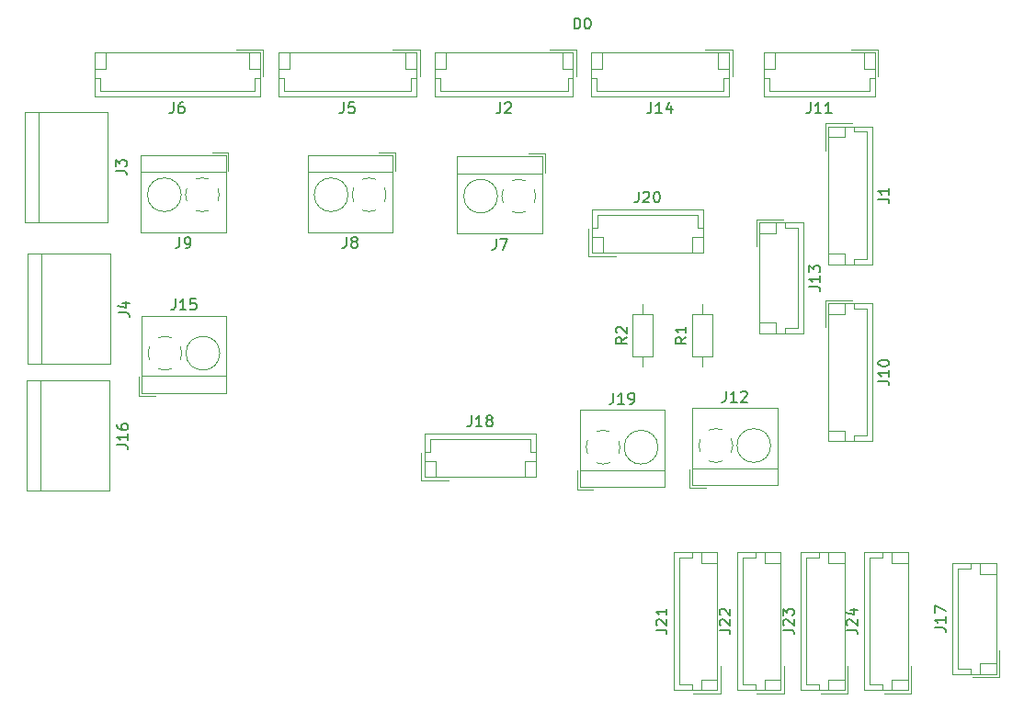
<source format=gbr>
%TF.GenerationSoftware,KiCad,Pcbnew,8.0.5*%
%TF.CreationDate,2024-12-20T12:29:36-05:00*%
%TF.ProjectId,Placa_Kicad,506c6163-615f-44b6-9963-61642e6b6963,rev?*%
%TF.SameCoordinates,Original*%
%TF.FileFunction,Legend,Top*%
%TF.FilePolarity,Positive*%
%FSLAX46Y46*%
G04 Gerber Fmt 4.6, Leading zero omitted, Abs format (unit mm)*
G04 Created by KiCad (PCBNEW 8.0.5) date 2024-12-20 12:29:36*
%MOMM*%
%LPD*%
G01*
G04 APERTURE LIST*
%ADD10C,0.150000*%
%ADD11C,0.120000*%
G04 APERTURE END LIST*
D10*
X156424666Y-80254819D02*
X156424666Y-80969104D01*
X156424666Y-80969104D02*
X156377047Y-81111961D01*
X156377047Y-81111961D02*
X156281809Y-81207200D01*
X156281809Y-81207200D02*
X156138952Y-81254819D01*
X156138952Y-81254819D02*
X156043714Y-81254819D01*
X157329428Y-80254819D02*
X157138952Y-80254819D01*
X157138952Y-80254819D02*
X157043714Y-80302438D01*
X157043714Y-80302438D02*
X156996095Y-80350057D01*
X156996095Y-80350057D02*
X156900857Y-80492914D01*
X156900857Y-80492914D02*
X156853238Y-80683390D01*
X156853238Y-80683390D02*
X156853238Y-81064342D01*
X156853238Y-81064342D02*
X156900857Y-81159580D01*
X156900857Y-81159580D02*
X156948476Y-81207200D01*
X156948476Y-81207200D02*
X157043714Y-81254819D01*
X157043714Y-81254819D02*
X157234190Y-81254819D01*
X157234190Y-81254819D02*
X157329428Y-81207200D01*
X157329428Y-81207200D02*
X157377047Y-81159580D01*
X157377047Y-81159580D02*
X157424666Y-81064342D01*
X157424666Y-81064342D02*
X157424666Y-80826247D01*
X157424666Y-80826247D02*
X157377047Y-80731009D01*
X157377047Y-80731009D02*
X157329428Y-80683390D01*
X157329428Y-80683390D02*
X157234190Y-80635771D01*
X157234190Y-80635771D02*
X157043714Y-80635771D01*
X157043714Y-80635771D02*
X156948476Y-80683390D01*
X156948476Y-80683390D02*
X156900857Y-80731009D01*
X156900857Y-80731009D02*
X156853238Y-80826247D01*
X200418476Y-80254819D02*
X200418476Y-80969104D01*
X200418476Y-80969104D02*
X200370857Y-81111961D01*
X200370857Y-81111961D02*
X200275619Y-81207200D01*
X200275619Y-81207200D02*
X200132762Y-81254819D01*
X200132762Y-81254819D02*
X200037524Y-81254819D01*
X201418476Y-81254819D02*
X200847048Y-81254819D01*
X201132762Y-81254819D02*
X201132762Y-80254819D01*
X201132762Y-80254819D02*
X201037524Y-80397676D01*
X201037524Y-80397676D02*
X200942286Y-80492914D01*
X200942286Y-80492914D02*
X200847048Y-80540533D01*
X202275619Y-80588152D02*
X202275619Y-81254819D01*
X202037524Y-80207200D02*
X201799429Y-80921485D01*
X201799429Y-80921485D02*
X202418476Y-80921485D01*
X215090476Y-80254819D02*
X215090476Y-80969104D01*
X215090476Y-80969104D02*
X215042857Y-81111961D01*
X215042857Y-81111961D02*
X214947619Y-81207200D01*
X214947619Y-81207200D02*
X214804762Y-81254819D01*
X214804762Y-81254819D02*
X214709524Y-81254819D01*
X216090476Y-81254819D02*
X215519048Y-81254819D01*
X215804762Y-81254819D02*
X215804762Y-80254819D01*
X215804762Y-80254819D02*
X215709524Y-80397676D01*
X215709524Y-80397676D02*
X215614286Y-80492914D01*
X215614286Y-80492914D02*
X215519048Y-80540533D01*
X217042857Y-81254819D02*
X216471429Y-81254819D01*
X216757143Y-81254819D02*
X216757143Y-80254819D01*
X216757143Y-80254819D02*
X216661905Y-80397676D01*
X216661905Y-80397676D02*
X216566667Y-80492914D01*
X216566667Y-80492914D02*
X216471429Y-80540533D01*
X156571476Y-98372819D02*
X156571476Y-99087104D01*
X156571476Y-99087104D02*
X156523857Y-99229961D01*
X156523857Y-99229961D02*
X156428619Y-99325200D01*
X156428619Y-99325200D02*
X156285762Y-99372819D01*
X156285762Y-99372819D02*
X156190524Y-99372819D01*
X157571476Y-99372819D02*
X157000048Y-99372819D01*
X157285762Y-99372819D02*
X157285762Y-98372819D01*
X157285762Y-98372819D02*
X157190524Y-98515676D01*
X157190524Y-98515676D02*
X157095286Y-98610914D01*
X157095286Y-98610914D02*
X157000048Y-98658533D01*
X158476238Y-98372819D02*
X158000048Y-98372819D01*
X158000048Y-98372819D02*
X157952429Y-98849009D01*
X157952429Y-98849009D02*
X158000048Y-98801390D01*
X158000048Y-98801390D02*
X158095286Y-98753771D01*
X158095286Y-98753771D02*
X158333381Y-98753771D01*
X158333381Y-98753771D02*
X158428619Y-98801390D01*
X158428619Y-98801390D02*
X158476238Y-98849009D01*
X158476238Y-98849009D02*
X158523857Y-98944247D01*
X158523857Y-98944247D02*
X158523857Y-99182342D01*
X158523857Y-99182342D02*
X158476238Y-99277580D01*
X158476238Y-99277580D02*
X158428619Y-99325200D01*
X158428619Y-99325200D02*
X158333381Y-99372819D01*
X158333381Y-99372819D02*
X158095286Y-99372819D01*
X158095286Y-99372819D02*
X158000048Y-99325200D01*
X158000048Y-99325200D02*
X157952429Y-99277580D01*
X218404819Y-128885523D02*
X219119104Y-128885523D01*
X219119104Y-128885523D02*
X219261961Y-128933142D01*
X219261961Y-128933142D02*
X219357200Y-129028380D01*
X219357200Y-129028380D02*
X219404819Y-129171237D01*
X219404819Y-129171237D02*
X219404819Y-129266475D01*
X218500057Y-128456951D02*
X218452438Y-128409332D01*
X218452438Y-128409332D02*
X218404819Y-128314094D01*
X218404819Y-128314094D02*
X218404819Y-128075999D01*
X218404819Y-128075999D02*
X218452438Y-127980761D01*
X218452438Y-127980761D02*
X218500057Y-127933142D01*
X218500057Y-127933142D02*
X218595295Y-127885523D01*
X218595295Y-127885523D02*
X218690533Y-127885523D01*
X218690533Y-127885523D02*
X218833390Y-127933142D01*
X218833390Y-127933142D02*
X219404819Y-128504570D01*
X219404819Y-128504570D02*
X219404819Y-127885523D01*
X218738152Y-127028380D02*
X219404819Y-127028380D01*
X218357200Y-127266475D02*
X219071485Y-127504570D01*
X219071485Y-127504570D02*
X219071485Y-126885523D01*
X156991666Y-92687819D02*
X156991666Y-93402104D01*
X156991666Y-93402104D02*
X156944047Y-93544961D01*
X156944047Y-93544961D02*
X156848809Y-93640200D01*
X156848809Y-93640200D02*
X156705952Y-93687819D01*
X156705952Y-93687819D02*
X156610714Y-93687819D01*
X157515476Y-93687819D02*
X157705952Y-93687819D01*
X157705952Y-93687819D02*
X157801190Y-93640200D01*
X157801190Y-93640200D02*
X157848809Y-93592580D01*
X157848809Y-93592580D02*
X157944047Y-93449723D01*
X157944047Y-93449723D02*
X157991666Y-93259247D01*
X157991666Y-93259247D02*
X157991666Y-92878295D01*
X157991666Y-92878295D02*
X157944047Y-92783057D01*
X157944047Y-92783057D02*
X157896428Y-92735438D01*
X157896428Y-92735438D02*
X157801190Y-92687819D01*
X157801190Y-92687819D02*
X157610714Y-92687819D01*
X157610714Y-92687819D02*
X157515476Y-92735438D01*
X157515476Y-92735438D02*
X157467857Y-92783057D01*
X157467857Y-92783057D02*
X157420238Y-92878295D01*
X157420238Y-92878295D02*
X157420238Y-93116390D01*
X157420238Y-93116390D02*
X157467857Y-93211628D01*
X157467857Y-93211628D02*
X157515476Y-93259247D01*
X157515476Y-93259247D02*
X157610714Y-93306866D01*
X157610714Y-93306866D02*
X157801190Y-93306866D01*
X157801190Y-93306866D02*
X157896428Y-93259247D01*
X157896428Y-93259247D02*
X157944047Y-93211628D01*
X157944047Y-93211628D02*
X157991666Y-93116390D01*
X196929476Y-107035819D02*
X196929476Y-107750104D01*
X196929476Y-107750104D02*
X196881857Y-107892961D01*
X196881857Y-107892961D02*
X196786619Y-107988200D01*
X196786619Y-107988200D02*
X196643762Y-108035819D01*
X196643762Y-108035819D02*
X196548524Y-108035819D01*
X197929476Y-108035819D02*
X197358048Y-108035819D01*
X197643762Y-108035819D02*
X197643762Y-107035819D01*
X197643762Y-107035819D02*
X197548524Y-107178676D01*
X197548524Y-107178676D02*
X197453286Y-107273914D01*
X197453286Y-107273914D02*
X197358048Y-107321533D01*
X198405667Y-108035819D02*
X198596143Y-108035819D01*
X198596143Y-108035819D02*
X198691381Y-107988200D01*
X198691381Y-107988200D02*
X198739000Y-107940580D01*
X198739000Y-107940580D02*
X198834238Y-107797723D01*
X198834238Y-107797723D02*
X198881857Y-107607247D01*
X198881857Y-107607247D02*
X198881857Y-107226295D01*
X198881857Y-107226295D02*
X198834238Y-107131057D01*
X198834238Y-107131057D02*
X198786619Y-107083438D01*
X198786619Y-107083438D02*
X198691381Y-107035819D01*
X198691381Y-107035819D02*
X198500905Y-107035819D01*
X198500905Y-107035819D02*
X198405667Y-107083438D01*
X198405667Y-107083438D02*
X198358048Y-107131057D01*
X198358048Y-107131057D02*
X198310429Y-107226295D01*
X198310429Y-107226295D02*
X198310429Y-107464390D01*
X198310429Y-107464390D02*
X198358048Y-107559628D01*
X198358048Y-107559628D02*
X198405667Y-107607247D01*
X198405667Y-107607247D02*
X198500905Y-107654866D01*
X198500905Y-107654866D02*
X198691381Y-107654866D01*
X198691381Y-107654866D02*
X198786619Y-107607247D01*
X198786619Y-107607247D02*
X198834238Y-107559628D01*
X198834238Y-107559628D02*
X198881857Y-107464390D01*
X221329819Y-89166333D02*
X222044104Y-89166333D01*
X222044104Y-89166333D02*
X222186961Y-89213952D01*
X222186961Y-89213952D02*
X222282200Y-89309190D01*
X222282200Y-89309190D02*
X222329819Y-89452047D01*
X222329819Y-89452047D02*
X222329819Y-89547285D01*
X222329819Y-88166333D02*
X222329819Y-88737761D01*
X222329819Y-88452047D02*
X221329819Y-88452047D01*
X221329819Y-88452047D02*
X221472676Y-88547285D01*
X221472676Y-88547285D02*
X221567914Y-88642523D01*
X221567914Y-88642523D02*
X221615533Y-88737761D01*
X207315476Y-106881819D02*
X207315476Y-107596104D01*
X207315476Y-107596104D02*
X207267857Y-107738961D01*
X207267857Y-107738961D02*
X207172619Y-107834200D01*
X207172619Y-107834200D02*
X207029762Y-107881819D01*
X207029762Y-107881819D02*
X206934524Y-107881819D01*
X208315476Y-107881819D02*
X207744048Y-107881819D01*
X208029762Y-107881819D02*
X208029762Y-106881819D01*
X208029762Y-106881819D02*
X207934524Y-107024676D01*
X207934524Y-107024676D02*
X207839286Y-107119914D01*
X207839286Y-107119914D02*
X207744048Y-107167533D01*
X208696429Y-106977057D02*
X208744048Y-106929438D01*
X208744048Y-106929438D02*
X208839286Y-106881819D01*
X208839286Y-106881819D02*
X209077381Y-106881819D01*
X209077381Y-106881819D02*
X209172619Y-106929438D01*
X209172619Y-106929438D02*
X209220238Y-106977057D01*
X209220238Y-106977057D02*
X209267857Y-107072295D01*
X209267857Y-107072295D02*
X209267857Y-107167533D01*
X209267857Y-107167533D02*
X209220238Y-107310390D01*
X209220238Y-107310390D02*
X208648810Y-107881819D01*
X208648810Y-107881819D02*
X209267857Y-107881819D01*
X151346819Y-99647333D02*
X152061104Y-99647333D01*
X152061104Y-99647333D02*
X152203961Y-99694952D01*
X152203961Y-99694952D02*
X152299200Y-99790190D01*
X152299200Y-99790190D02*
X152346819Y-99933047D01*
X152346819Y-99933047D02*
X152346819Y-100028285D01*
X151680152Y-98742571D02*
X152346819Y-98742571D01*
X151299200Y-98980666D02*
X152013485Y-99218761D01*
X152013485Y-99218761D02*
X152013485Y-98599714D01*
X226524819Y-128658523D02*
X227239104Y-128658523D01*
X227239104Y-128658523D02*
X227381961Y-128706142D01*
X227381961Y-128706142D02*
X227477200Y-128801380D01*
X227477200Y-128801380D02*
X227524819Y-128944237D01*
X227524819Y-128944237D02*
X227524819Y-129039475D01*
X227524819Y-127658523D02*
X227524819Y-128229951D01*
X227524819Y-127944237D02*
X226524819Y-127944237D01*
X226524819Y-127944237D02*
X226667676Y-128039475D01*
X226667676Y-128039475D02*
X226762914Y-128134713D01*
X226762914Y-128134713D02*
X226810533Y-128229951D01*
X226524819Y-127325189D02*
X226524819Y-126658523D01*
X226524819Y-126658523D02*
X227524819Y-127087094D01*
X172358666Y-92687819D02*
X172358666Y-93402104D01*
X172358666Y-93402104D02*
X172311047Y-93544961D01*
X172311047Y-93544961D02*
X172215809Y-93640200D01*
X172215809Y-93640200D02*
X172072952Y-93687819D01*
X172072952Y-93687819D02*
X171977714Y-93687819D01*
X172977714Y-93116390D02*
X172882476Y-93068771D01*
X172882476Y-93068771D02*
X172834857Y-93021152D01*
X172834857Y-93021152D02*
X172787238Y-92925914D01*
X172787238Y-92925914D02*
X172787238Y-92878295D01*
X172787238Y-92878295D02*
X172834857Y-92783057D01*
X172834857Y-92783057D02*
X172882476Y-92735438D01*
X172882476Y-92735438D02*
X172977714Y-92687819D01*
X172977714Y-92687819D02*
X173168190Y-92687819D01*
X173168190Y-92687819D02*
X173263428Y-92735438D01*
X173263428Y-92735438D02*
X173311047Y-92783057D01*
X173311047Y-92783057D02*
X173358666Y-92878295D01*
X173358666Y-92878295D02*
X173358666Y-92925914D01*
X173358666Y-92925914D02*
X173311047Y-93021152D01*
X173311047Y-93021152D02*
X173263428Y-93068771D01*
X173263428Y-93068771D02*
X173168190Y-93116390D01*
X173168190Y-93116390D02*
X172977714Y-93116390D01*
X172977714Y-93116390D02*
X172882476Y-93164009D01*
X172882476Y-93164009D02*
X172834857Y-93211628D01*
X172834857Y-93211628D02*
X172787238Y-93306866D01*
X172787238Y-93306866D02*
X172787238Y-93497342D01*
X172787238Y-93497342D02*
X172834857Y-93592580D01*
X172834857Y-93592580D02*
X172882476Y-93640200D01*
X172882476Y-93640200D02*
X172977714Y-93687819D01*
X172977714Y-93687819D02*
X173168190Y-93687819D01*
X173168190Y-93687819D02*
X173263428Y-93640200D01*
X173263428Y-93640200D02*
X173311047Y-93592580D01*
X173311047Y-93592580D02*
X173358666Y-93497342D01*
X173358666Y-93497342D02*
X173358666Y-93306866D01*
X173358666Y-93306866D02*
X173311047Y-93211628D01*
X173311047Y-93211628D02*
X173263428Y-93164009D01*
X173263428Y-93164009D02*
X173168190Y-93116390D01*
X214979819Y-97242523D02*
X215694104Y-97242523D01*
X215694104Y-97242523D02*
X215836961Y-97290142D01*
X215836961Y-97290142D02*
X215932200Y-97385380D01*
X215932200Y-97385380D02*
X215979819Y-97528237D01*
X215979819Y-97528237D02*
X215979819Y-97623475D01*
X215979819Y-96242523D02*
X215979819Y-96813951D01*
X215979819Y-96528237D02*
X214979819Y-96528237D01*
X214979819Y-96528237D02*
X215122676Y-96623475D01*
X215122676Y-96623475D02*
X215217914Y-96718713D01*
X215217914Y-96718713D02*
X215265533Y-96813951D01*
X214979819Y-95909189D02*
X214979819Y-95290142D01*
X214979819Y-95290142D02*
X215360771Y-95623475D01*
X215360771Y-95623475D02*
X215360771Y-95480618D01*
X215360771Y-95480618D02*
X215408390Y-95385380D01*
X215408390Y-95385380D02*
X215456009Y-95337761D01*
X215456009Y-95337761D02*
X215551247Y-95290142D01*
X215551247Y-95290142D02*
X215789342Y-95290142D01*
X215789342Y-95290142D02*
X215884580Y-95337761D01*
X215884580Y-95337761D02*
X215932200Y-95385380D01*
X215932200Y-95385380D02*
X215979819Y-95480618D01*
X215979819Y-95480618D02*
X215979819Y-95766332D01*
X215979819Y-95766332D02*
X215932200Y-95861570D01*
X215932200Y-95861570D02*
X215884580Y-95909189D01*
X198178819Y-101893666D02*
X197702628Y-102226999D01*
X198178819Y-102465094D02*
X197178819Y-102465094D01*
X197178819Y-102465094D02*
X197178819Y-102084142D01*
X197178819Y-102084142D02*
X197226438Y-101988904D01*
X197226438Y-101988904D02*
X197274057Y-101941285D01*
X197274057Y-101941285D02*
X197369295Y-101893666D01*
X197369295Y-101893666D02*
X197512152Y-101893666D01*
X197512152Y-101893666D02*
X197607390Y-101941285D01*
X197607390Y-101941285D02*
X197655009Y-101988904D01*
X197655009Y-101988904D02*
X197702628Y-102084142D01*
X197702628Y-102084142D02*
X197702628Y-102465094D01*
X197274057Y-101512713D02*
X197226438Y-101465094D01*
X197226438Y-101465094D02*
X197178819Y-101369856D01*
X197178819Y-101369856D02*
X197178819Y-101131761D01*
X197178819Y-101131761D02*
X197226438Y-101036523D01*
X197226438Y-101036523D02*
X197274057Y-100988904D01*
X197274057Y-100988904D02*
X197369295Y-100941285D01*
X197369295Y-100941285D02*
X197464533Y-100941285D01*
X197464533Y-100941285D02*
X197607390Y-100988904D01*
X197607390Y-100988904D02*
X198178819Y-101560332D01*
X198178819Y-101560332D02*
X198178819Y-100941285D01*
X221329819Y-105945523D02*
X222044104Y-105945523D01*
X222044104Y-105945523D02*
X222186961Y-105993142D01*
X222186961Y-105993142D02*
X222282200Y-106088380D01*
X222282200Y-106088380D02*
X222329819Y-106231237D01*
X222329819Y-106231237D02*
X222329819Y-106326475D01*
X222329819Y-104945523D02*
X222329819Y-105516951D01*
X222329819Y-105231237D02*
X221329819Y-105231237D01*
X221329819Y-105231237D02*
X221472676Y-105326475D01*
X221472676Y-105326475D02*
X221567914Y-105421713D01*
X221567914Y-105421713D02*
X221615533Y-105516951D01*
X221329819Y-104326475D02*
X221329819Y-104231237D01*
X221329819Y-104231237D02*
X221377438Y-104135999D01*
X221377438Y-104135999D02*
X221425057Y-104088380D01*
X221425057Y-104088380D02*
X221520295Y-104040761D01*
X221520295Y-104040761D02*
X221710771Y-103993142D01*
X221710771Y-103993142D02*
X221948866Y-103993142D01*
X221948866Y-103993142D02*
X222139342Y-104040761D01*
X222139342Y-104040761D02*
X222234580Y-104088380D01*
X222234580Y-104088380D02*
X222282200Y-104135999D01*
X222282200Y-104135999D02*
X222329819Y-104231237D01*
X222329819Y-104231237D02*
X222329819Y-104326475D01*
X222329819Y-104326475D02*
X222282200Y-104421713D01*
X222282200Y-104421713D02*
X222234580Y-104469332D01*
X222234580Y-104469332D02*
X222139342Y-104516951D01*
X222139342Y-104516951D02*
X221948866Y-104564570D01*
X221948866Y-104564570D02*
X221710771Y-104564570D01*
X221710771Y-104564570D02*
X221520295Y-104516951D01*
X221520295Y-104516951D02*
X221425057Y-104469332D01*
X221425057Y-104469332D02*
X221377438Y-104421713D01*
X221377438Y-104421713D02*
X221329819Y-104326475D01*
X172105666Y-80254819D02*
X172105666Y-80969104D01*
X172105666Y-80969104D02*
X172058047Y-81111961D01*
X172058047Y-81111961D02*
X171962809Y-81207200D01*
X171962809Y-81207200D02*
X171819952Y-81254819D01*
X171819952Y-81254819D02*
X171724714Y-81254819D01*
X173058047Y-80254819D02*
X172581857Y-80254819D01*
X172581857Y-80254819D02*
X172534238Y-80731009D01*
X172534238Y-80731009D02*
X172581857Y-80683390D01*
X172581857Y-80683390D02*
X172677095Y-80635771D01*
X172677095Y-80635771D02*
X172915190Y-80635771D01*
X172915190Y-80635771D02*
X173010428Y-80683390D01*
X173010428Y-80683390D02*
X173058047Y-80731009D01*
X173058047Y-80731009D02*
X173105666Y-80826247D01*
X173105666Y-80826247D02*
X173105666Y-81064342D01*
X173105666Y-81064342D02*
X173058047Y-81159580D01*
X173058047Y-81159580D02*
X173010428Y-81207200D01*
X173010428Y-81207200D02*
X172915190Y-81254819D01*
X172915190Y-81254819D02*
X172677095Y-81254819D01*
X172677095Y-81254819D02*
X172581857Y-81207200D01*
X172581857Y-81207200D02*
X172534238Y-81159580D01*
X186536666Y-80254819D02*
X186536666Y-80969104D01*
X186536666Y-80969104D02*
X186489047Y-81111961D01*
X186489047Y-81111961D02*
X186393809Y-81207200D01*
X186393809Y-81207200D02*
X186250952Y-81254819D01*
X186250952Y-81254819D02*
X186155714Y-81254819D01*
X186965238Y-80350057D02*
X187012857Y-80302438D01*
X187012857Y-80302438D02*
X187108095Y-80254819D01*
X187108095Y-80254819D02*
X187346190Y-80254819D01*
X187346190Y-80254819D02*
X187441428Y-80302438D01*
X187441428Y-80302438D02*
X187489047Y-80350057D01*
X187489047Y-80350057D02*
X187536666Y-80445295D01*
X187536666Y-80445295D02*
X187536666Y-80540533D01*
X187536666Y-80540533D02*
X187489047Y-80683390D01*
X187489047Y-80683390D02*
X186917619Y-81254819D01*
X186917619Y-81254819D02*
X187536666Y-81254819D01*
X193317905Y-73479819D02*
X193317905Y-72479819D01*
X193317905Y-72479819D02*
X193556000Y-72479819D01*
X193556000Y-72479819D02*
X193698857Y-72527438D01*
X193698857Y-72527438D02*
X193794095Y-72622676D01*
X193794095Y-72622676D02*
X193841714Y-72717914D01*
X193841714Y-72717914D02*
X193889333Y-72908390D01*
X193889333Y-72908390D02*
X193889333Y-73051247D01*
X193889333Y-73051247D02*
X193841714Y-73241723D01*
X193841714Y-73241723D02*
X193794095Y-73336961D01*
X193794095Y-73336961D02*
X193698857Y-73432200D01*
X193698857Y-73432200D02*
X193556000Y-73479819D01*
X193556000Y-73479819D02*
X193317905Y-73479819D01*
X194508381Y-72479819D02*
X194603619Y-72479819D01*
X194603619Y-72479819D02*
X194698857Y-72527438D01*
X194698857Y-72527438D02*
X194746476Y-72575057D01*
X194746476Y-72575057D02*
X194794095Y-72670295D01*
X194794095Y-72670295D02*
X194841714Y-72860771D01*
X194841714Y-72860771D02*
X194841714Y-73098866D01*
X194841714Y-73098866D02*
X194794095Y-73289342D01*
X194794095Y-73289342D02*
X194746476Y-73384580D01*
X194746476Y-73384580D02*
X194698857Y-73432200D01*
X194698857Y-73432200D02*
X194603619Y-73479819D01*
X194603619Y-73479819D02*
X194508381Y-73479819D01*
X194508381Y-73479819D02*
X194413143Y-73432200D01*
X194413143Y-73432200D02*
X194365524Y-73384580D01*
X194365524Y-73384580D02*
X194317905Y-73289342D01*
X194317905Y-73289342D02*
X194270286Y-73098866D01*
X194270286Y-73098866D02*
X194270286Y-72860771D01*
X194270286Y-72860771D02*
X194317905Y-72670295D01*
X194317905Y-72670295D02*
X194365524Y-72575057D01*
X194365524Y-72575057D02*
X194413143Y-72527438D01*
X194413143Y-72527438D02*
X194508381Y-72479819D01*
X151092819Y-86566333D02*
X151807104Y-86566333D01*
X151807104Y-86566333D02*
X151949961Y-86613952D01*
X151949961Y-86613952D02*
X152045200Y-86709190D01*
X152045200Y-86709190D02*
X152092819Y-86852047D01*
X152092819Y-86852047D02*
X152092819Y-86947285D01*
X151092819Y-86185380D02*
X151092819Y-85566333D01*
X151092819Y-85566333D02*
X151473771Y-85899666D01*
X151473771Y-85899666D02*
X151473771Y-85756809D01*
X151473771Y-85756809D02*
X151521390Y-85661571D01*
X151521390Y-85661571D02*
X151569009Y-85613952D01*
X151569009Y-85613952D02*
X151664247Y-85566333D01*
X151664247Y-85566333D02*
X151902342Y-85566333D01*
X151902342Y-85566333D02*
X151997580Y-85613952D01*
X151997580Y-85613952D02*
X152045200Y-85661571D01*
X152045200Y-85661571D02*
X152092819Y-85756809D01*
X152092819Y-85756809D02*
X152092819Y-86042523D01*
X152092819Y-86042523D02*
X152045200Y-86137761D01*
X152045200Y-86137761D02*
X151997580Y-86185380D01*
X200854819Y-128885523D02*
X201569104Y-128885523D01*
X201569104Y-128885523D02*
X201711961Y-128933142D01*
X201711961Y-128933142D02*
X201807200Y-129028380D01*
X201807200Y-129028380D02*
X201854819Y-129171237D01*
X201854819Y-129171237D02*
X201854819Y-129266475D01*
X200950057Y-128456951D02*
X200902438Y-128409332D01*
X200902438Y-128409332D02*
X200854819Y-128314094D01*
X200854819Y-128314094D02*
X200854819Y-128075999D01*
X200854819Y-128075999D02*
X200902438Y-127980761D01*
X200902438Y-127980761D02*
X200950057Y-127933142D01*
X200950057Y-127933142D02*
X201045295Y-127885523D01*
X201045295Y-127885523D02*
X201140533Y-127885523D01*
X201140533Y-127885523D02*
X201283390Y-127933142D01*
X201283390Y-127933142D02*
X201854819Y-128504570D01*
X201854819Y-128504570D02*
X201854819Y-127885523D01*
X201854819Y-126933142D02*
X201854819Y-127504570D01*
X201854819Y-127218856D02*
X200854819Y-127218856D01*
X200854819Y-127218856D02*
X200997676Y-127314094D01*
X200997676Y-127314094D02*
X201092914Y-127409332D01*
X201092914Y-127409332D02*
X201140533Y-127504570D01*
X206704819Y-128885523D02*
X207419104Y-128885523D01*
X207419104Y-128885523D02*
X207561961Y-128933142D01*
X207561961Y-128933142D02*
X207657200Y-129028380D01*
X207657200Y-129028380D02*
X207704819Y-129171237D01*
X207704819Y-129171237D02*
X207704819Y-129266475D01*
X206800057Y-128456951D02*
X206752438Y-128409332D01*
X206752438Y-128409332D02*
X206704819Y-128314094D01*
X206704819Y-128314094D02*
X206704819Y-128075999D01*
X206704819Y-128075999D02*
X206752438Y-127980761D01*
X206752438Y-127980761D02*
X206800057Y-127933142D01*
X206800057Y-127933142D02*
X206895295Y-127885523D01*
X206895295Y-127885523D02*
X206990533Y-127885523D01*
X206990533Y-127885523D02*
X207133390Y-127933142D01*
X207133390Y-127933142D02*
X207704819Y-128504570D01*
X207704819Y-128504570D02*
X207704819Y-127885523D01*
X206800057Y-127504570D02*
X206752438Y-127456951D01*
X206752438Y-127456951D02*
X206704819Y-127361713D01*
X206704819Y-127361713D02*
X206704819Y-127123618D01*
X206704819Y-127123618D02*
X206752438Y-127028380D01*
X206752438Y-127028380D02*
X206800057Y-126980761D01*
X206800057Y-126980761D02*
X206895295Y-126933142D01*
X206895295Y-126933142D02*
X206990533Y-126933142D01*
X206990533Y-126933142D02*
X207133390Y-126980761D01*
X207133390Y-126980761D02*
X207704819Y-127552189D01*
X207704819Y-127552189D02*
X207704819Y-126933142D01*
X199255476Y-88483819D02*
X199255476Y-89198104D01*
X199255476Y-89198104D02*
X199207857Y-89340961D01*
X199207857Y-89340961D02*
X199112619Y-89436200D01*
X199112619Y-89436200D02*
X198969762Y-89483819D01*
X198969762Y-89483819D02*
X198874524Y-89483819D01*
X199684048Y-88579057D02*
X199731667Y-88531438D01*
X199731667Y-88531438D02*
X199826905Y-88483819D01*
X199826905Y-88483819D02*
X200065000Y-88483819D01*
X200065000Y-88483819D02*
X200160238Y-88531438D01*
X200160238Y-88531438D02*
X200207857Y-88579057D01*
X200207857Y-88579057D02*
X200255476Y-88674295D01*
X200255476Y-88674295D02*
X200255476Y-88769533D01*
X200255476Y-88769533D02*
X200207857Y-88912390D01*
X200207857Y-88912390D02*
X199636429Y-89483819D01*
X199636429Y-89483819D02*
X200255476Y-89483819D01*
X200874524Y-88483819D02*
X200969762Y-88483819D01*
X200969762Y-88483819D02*
X201065000Y-88531438D01*
X201065000Y-88531438D02*
X201112619Y-88579057D01*
X201112619Y-88579057D02*
X201160238Y-88674295D01*
X201160238Y-88674295D02*
X201207857Y-88864771D01*
X201207857Y-88864771D02*
X201207857Y-89102866D01*
X201207857Y-89102866D02*
X201160238Y-89293342D01*
X201160238Y-89293342D02*
X201112619Y-89388580D01*
X201112619Y-89388580D02*
X201065000Y-89436200D01*
X201065000Y-89436200D02*
X200969762Y-89483819D01*
X200969762Y-89483819D02*
X200874524Y-89483819D01*
X200874524Y-89483819D02*
X200779286Y-89436200D01*
X200779286Y-89436200D02*
X200731667Y-89388580D01*
X200731667Y-89388580D02*
X200684048Y-89293342D01*
X200684048Y-89293342D02*
X200636429Y-89102866D01*
X200636429Y-89102866D02*
X200636429Y-88864771D01*
X200636429Y-88864771D02*
X200684048Y-88674295D01*
X200684048Y-88674295D02*
X200731667Y-88579057D01*
X200731667Y-88579057D02*
X200779286Y-88531438D01*
X200779286Y-88531438D02*
X200874524Y-88483819D01*
X151219819Y-111807523D02*
X151934104Y-111807523D01*
X151934104Y-111807523D02*
X152076961Y-111855142D01*
X152076961Y-111855142D02*
X152172200Y-111950380D01*
X152172200Y-111950380D02*
X152219819Y-112093237D01*
X152219819Y-112093237D02*
X152219819Y-112188475D01*
X152219819Y-110807523D02*
X152219819Y-111378951D01*
X152219819Y-111093237D02*
X151219819Y-111093237D01*
X151219819Y-111093237D02*
X151362676Y-111188475D01*
X151362676Y-111188475D02*
X151457914Y-111283713D01*
X151457914Y-111283713D02*
X151505533Y-111378951D01*
X151219819Y-109950380D02*
X151219819Y-110140856D01*
X151219819Y-110140856D02*
X151267438Y-110236094D01*
X151267438Y-110236094D02*
X151315057Y-110283713D01*
X151315057Y-110283713D02*
X151457914Y-110378951D01*
X151457914Y-110378951D02*
X151648390Y-110426570D01*
X151648390Y-110426570D02*
X152029342Y-110426570D01*
X152029342Y-110426570D02*
X152124580Y-110378951D01*
X152124580Y-110378951D02*
X152172200Y-110331332D01*
X152172200Y-110331332D02*
X152219819Y-110236094D01*
X152219819Y-110236094D02*
X152219819Y-110045618D01*
X152219819Y-110045618D02*
X152172200Y-109950380D01*
X152172200Y-109950380D02*
X152124580Y-109902761D01*
X152124580Y-109902761D02*
X152029342Y-109855142D01*
X152029342Y-109855142D02*
X151791247Y-109855142D01*
X151791247Y-109855142D02*
X151696009Y-109902761D01*
X151696009Y-109902761D02*
X151648390Y-109950380D01*
X151648390Y-109950380D02*
X151600771Y-110045618D01*
X151600771Y-110045618D02*
X151600771Y-110236094D01*
X151600771Y-110236094D02*
X151648390Y-110331332D01*
X151648390Y-110331332D02*
X151696009Y-110378951D01*
X151696009Y-110378951D02*
X151791247Y-110426570D01*
X186130666Y-92814819D02*
X186130666Y-93529104D01*
X186130666Y-93529104D02*
X186083047Y-93671961D01*
X186083047Y-93671961D02*
X185987809Y-93767200D01*
X185987809Y-93767200D02*
X185844952Y-93814819D01*
X185844952Y-93814819D02*
X185749714Y-93814819D01*
X186511619Y-92814819D02*
X187178285Y-92814819D01*
X187178285Y-92814819D02*
X186749714Y-93814819D01*
X183848476Y-109130819D02*
X183848476Y-109845104D01*
X183848476Y-109845104D02*
X183800857Y-109987961D01*
X183800857Y-109987961D02*
X183705619Y-110083200D01*
X183705619Y-110083200D02*
X183562762Y-110130819D01*
X183562762Y-110130819D02*
X183467524Y-110130819D01*
X184848476Y-110130819D02*
X184277048Y-110130819D01*
X184562762Y-110130819D02*
X184562762Y-109130819D01*
X184562762Y-109130819D02*
X184467524Y-109273676D01*
X184467524Y-109273676D02*
X184372286Y-109368914D01*
X184372286Y-109368914D02*
X184277048Y-109416533D01*
X185419905Y-109559390D02*
X185324667Y-109511771D01*
X185324667Y-109511771D02*
X185277048Y-109464152D01*
X185277048Y-109464152D02*
X185229429Y-109368914D01*
X185229429Y-109368914D02*
X185229429Y-109321295D01*
X185229429Y-109321295D02*
X185277048Y-109226057D01*
X185277048Y-109226057D02*
X185324667Y-109178438D01*
X185324667Y-109178438D02*
X185419905Y-109130819D01*
X185419905Y-109130819D02*
X185610381Y-109130819D01*
X185610381Y-109130819D02*
X185705619Y-109178438D01*
X185705619Y-109178438D02*
X185753238Y-109226057D01*
X185753238Y-109226057D02*
X185800857Y-109321295D01*
X185800857Y-109321295D02*
X185800857Y-109368914D01*
X185800857Y-109368914D02*
X185753238Y-109464152D01*
X185753238Y-109464152D02*
X185705619Y-109511771D01*
X185705619Y-109511771D02*
X185610381Y-109559390D01*
X185610381Y-109559390D02*
X185419905Y-109559390D01*
X185419905Y-109559390D02*
X185324667Y-109607009D01*
X185324667Y-109607009D02*
X185277048Y-109654628D01*
X185277048Y-109654628D02*
X185229429Y-109749866D01*
X185229429Y-109749866D02*
X185229429Y-109940342D01*
X185229429Y-109940342D02*
X185277048Y-110035580D01*
X185277048Y-110035580D02*
X185324667Y-110083200D01*
X185324667Y-110083200D02*
X185419905Y-110130819D01*
X185419905Y-110130819D02*
X185610381Y-110130819D01*
X185610381Y-110130819D02*
X185705619Y-110083200D01*
X185705619Y-110083200D02*
X185753238Y-110035580D01*
X185753238Y-110035580D02*
X185800857Y-109940342D01*
X185800857Y-109940342D02*
X185800857Y-109749866D01*
X185800857Y-109749866D02*
X185753238Y-109654628D01*
X185753238Y-109654628D02*
X185705619Y-109607009D01*
X185705619Y-109607009D02*
X185610381Y-109559390D01*
X203639819Y-101893666D02*
X203163628Y-102226999D01*
X203639819Y-102465094D02*
X202639819Y-102465094D01*
X202639819Y-102465094D02*
X202639819Y-102084142D01*
X202639819Y-102084142D02*
X202687438Y-101988904D01*
X202687438Y-101988904D02*
X202735057Y-101941285D01*
X202735057Y-101941285D02*
X202830295Y-101893666D01*
X202830295Y-101893666D02*
X202973152Y-101893666D01*
X202973152Y-101893666D02*
X203068390Y-101941285D01*
X203068390Y-101941285D02*
X203116009Y-101988904D01*
X203116009Y-101988904D02*
X203163628Y-102084142D01*
X203163628Y-102084142D02*
X203163628Y-102465094D01*
X203639819Y-100941285D02*
X203639819Y-101512713D01*
X203639819Y-101226999D02*
X202639819Y-101226999D01*
X202639819Y-101226999D02*
X202782676Y-101322237D01*
X202782676Y-101322237D02*
X202877914Y-101417475D01*
X202877914Y-101417475D02*
X202925533Y-101512713D01*
X212554819Y-128885523D02*
X213269104Y-128885523D01*
X213269104Y-128885523D02*
X213411961Y-128933142D01*
X213411961Y-128933142D02*
X213507200Y-129028380D01*
X213507200Y-129028380D02*
X213554819Y-129171237D01*
X213554819Y-129171237D02*
X213554819Y-129266475D01*
X212650057Y-128456951D02*
X212602438Y-128409332D01*
X212602438Y-128409332D02*
X212554819Y-128314094D01*
X212554819Y-128314094D02*
X212554819Y-128075999D01*
X212554819Y-128075999D02*
X212602438Y-127980761D01*
X212602438Y-127980761D02*
X212650057Y-127933142D01*
X212650057Y-127933142D02*
X212745295Y-127885523D01*
X212745295Y-127885523D02*
X212840533Y-127885523D01*
X212840533Y-127885523D02*
X212983390Y-127933142D01*
X212983390Y-127933142D02*
X213554819Y-128504570D01*
X213554819Y-128504570D02*
X213554819Y-127885523D01*
X212554819Y-127552189D02*
X212554819Y-126933142D01*
X212554819Y-126933142D02*
X212935771Y-127266475D01*
X212935771Y-127266475D02*
X212935771Y-127123618D01*
X212935771Y-127123618D02*
X212983390Y-127028380D01*
X212983390Y-127028380D02*
X213031009Y-126980761D01*
X213031009Y-126980761D02*
X213126247Y-126933142D01*
X213126247Y-126933142D02*
X213364342Y-126933142D01*
X213364342Y-126933142D02*
X213459580Y-126980761D01*
X213459580Y-126980761D02*
X213507200Y-127028380D01*
X213507200Y-127028380D02*
X213554819Y-127123618D01*
X213554819Y-127123618D02*
X213554819Y-127409332D01*
X213554819Y-127409332D02*
X213507200Y-127504570D01*
X213507200Y-127504570D02*
X213459580Y-127552189D01*
D11*
%TO.C,J6*%
X149148000Y-75690000D02*
X149148000Y-79710000D01*
X149148000Y-77190000D02*
X150148000Y-77190000D01*
X149148000Y-79710000D02*
X164368000Y-79710000D01*
X149648000Y-78000000D02*
X149148000Y-78000000D01*
X149648000Y-79210000D02*
X149648000Y-78000000D01*
X150148000Y-77190000D02*
X150148000Y-75690000D01*
X163368000Y-77190000D02*
X163368000Y-75690000D01*
X163868000Y-78000000D02*
X163868000Y-79210000D01*
X163868000Y-79210000D02*
X149648000Y-79210000D01*
X164368000Y-75690000D02*
X149148000Y-75690000D01*
X164368000Y-77190000D02*
X163368000Y-77190000D01*
X164368000Y-78000000D02*
X163868000Y-78000000D01*
X164368000Y-79710000D02*
X164368000Y-75690000D01*
X164668000Y-75390000D02*
X162168000Y-75390000D01*
X164668000Y-77890000D02*
X164668000Y-75390000D01*
%TO.C,J14*%
X194868000Y-75690000D02*
X194868000Y-79710000D01*
X194868000Y-77190000D02*
X195868000Y-77190000D01*
X194868000Y-79710000D02*
X207588000Y-79710000D01*
X195368000Y-78000000D02*
X194868000Y-78000000D01*
X195368000Y-79210000D02*
X195368000Y-78000000D01*
X195868000Y-77190000D02*
X195868000Y-75690000D01*
X206588000Y-77190000D02*
X206588000Y-75690000D01*
X207088000Y-78000000D02*
X207088000Y-79210000D01*
X207088000Y-79210000D02*
X195368000Y-79210000D01*
X207588000Y-75690000D02*
X194868000Y-75690000D01*
X207588000Y-77190000D02*
X206588000Y-77190000D01*
X207588000Y-78000000D02*
X207088000Y-78000000D01*
X207588000Y-79710000D02*
X207588000Y-75690000D01*
X207888000Y-75390000D02*
X205388000Y-75390000D01*
X207888000Y-77890000D02*
X207888000Y-75390000D01*
%TO.C,J11*%
X210790000Y-75690000D02*
X210790000Y-79710000D01*
X210790000Y-77190000D02*
X211790000Y-77190000D01*
X210790000Y-79710000D02*
X221010000Y-79710000D01*
X211290000Y-78000000D02*
X210790000Y-78000000D01*
X211290000Y-79210000D02*
X211290000Y-78000000D01*
X211790000Y-77190000D02*
X211790000Y-75690000D01*
X220010000Y-77190000D02*
X220010000Y-75690000D01*
X220510000Y-78000000D02*
X220510000Y-79210000D01*
X220510000Y-79210000D02*
X211290000Y-79210000D01*
X221010000Y-75690000D02*
X210790000Y-75690000D01*
X221010000Y-77190000D02*
X220010000Y-77190000D01*
X221010000Y-78000000D02*
X220510000Y-78000000D01*
X221010000Y-79710000D02*
X221010000Y-75690000D01*
X221310000Y-75390000D02*
X218810000Y-75390000D01*
X221310000Y-77890000D02*
X221310000Y-75390000D01*
%TO.C,J15*%
X153231000Y-105538000D02*
X153231000Y-107278000D01*
X153231000Y-107278000D02*
X154731000Y-107278000D01*
X153471000Y-99918000D02*
X153471000Y-107038000D01*
X153471000Y-99918000D02*
X161291000Y-99918000D01*
X153471000Y-105478000D02*
X161291000Y-105478000D01*
X153471000Y-107038000D02*
X161291000Y-107038000D01*
X161291000Y-99918000D02*
X161291000Y-107038000D01*
X154198891Y-103985742D02*
G75*
G02*
X154199000Y-102770000I1432109J607742D01*
G01*
X155023258Y-101945891D02*
G75*
G02*
X156239000Y-101946000I607742J-1432109D01*
G01*
X155658011Y-104933493D02*
G75*
G02*
X155023000Y-104810000I-27013J1555481D01*
G01*
X156238587Y-104809385D02*
G75*
G02*
X155631000Y-104933000I-607587J1431385D01*
G01*
X157063109Y-102770258D02*
G75*
G02*
X157063000Y-103986000I-1432112J-607743D01*
G01*
X160686000Y-103378000D02*
G75*
G02*
X157576000Y-103378000I-1555000J0D01*
G01*
X157576000Y-103378000D02*
G75*
G02*
X160686000Y-103378000I1555000J0D01*
G01*
%TO.C,J24*%
X220040000Y-121716000D02*
X220040000Y-134436000D01*
X220040000Y-134436000D02*
X224060000Y-134436000D01*
X220540000Y-122216000D02*
X221750000Y-122216000D01*
X220540000Y-133936000D02*
X220540000Y-122216000D01*
X221750000Y-122216000D02*
X221750000Y-121716000D01*
X221750000Y-133936000D02*
X220540000Y-133936000D01*
X221750000Y-134436000D02*
X221750000Y-133936000D01*
X221860000Y-134736000D02*
X224360000Y-134736000D01*
X222560000Y-121716000D02*
X222560000Y-122716000D01*
X222560000Y-122716000D02*
X224060000Y-122716000D01*
X222560000Y-133436000D02*
X224060000Y-133436000D01*
X222560000Y-134436000D02*
X222560000Y-133436000D01*
X224060000Y-121716000D02*
X220040000Y-121716000D01*
X224060000Y-134436000D02*
X224060000Y-121716000D01*
X224360000Y-134736000D02*
X224360000Y-132236000D01*
%TO.C,J9*%
X153415000Y-92233000D02*
X153415000Y-85113000D01*
X161235000Y-85113000D02*
X153415000Y-85113000D01*
X161235000Y-86673000D02*
X153415000Y-86673000D01*
X161235000Y-92233000D02*
X153415000Y-92233000D01*
X161235000Y-92233000D02*
X161235000Y-85113000D01*
X161475000Y-84873000D02*
X159975000Y-84873000D01*
X161475000Y-86613000D02*
X161475000Y-84873000D01*
X157642891Y-89380742D02*
G75*
G02*
X157643000Y-88165000I1432112J607743D01*
G01*
X158467413Y-87341615D02*
G75*
G02*
X159075000Y-87218000I607587J-1431385D01*
G01*
X159047989Y-87217507D02*
G75*
G02*
X159683000Y-87341000I27013J-1555481D01*
G01*
X159682742Y-90205109D02*
G75*
G02*
X158467000Y-90205000I-607742J1432109D01*
G01*
X160507109Y-88165258D02*
G75*
G02*
X160507000Y-89381000I-1432109J-607742D01*
G01*
X157130000Y-88773000D02*
G75*
G02*
X154020000Y-88773000I-1555000J0D01*
G01*
X154020000Y-88773000D02*
G75*
G02*
X157130000Y-88773000I1555000J0D01*
G01*
%TO.C,J19*%
X193589000Y-114201000D02*
X193589000Y-115941000D01*
X193589000Y-115941000D02*
X195089000Y-115941000D01*
X193829000Y-108581000D02*
X193829000Y-115701000D01*
X193829000Y-108581000D02*
X201649000Y-108581000D01*
X193829000Y-114141000D02*
X201649000Y-114141000D01*
X193829000Y-115701000D02*
X201649000Y-115701000D01*
X201649000Y-108581000D02*
X201649000Y-115701000D01*
X194556891Y-112648742D02*
G75*
G02*
X194557000Y-111433000I1432109J607742D01*
G01*
X195381258Y-110608891D02*
G75*
G02*
X196597000Y-110609000I607742J-1432109D01*
G01*
X196016011Y-113596493D02*
G75*
G02*
X195381000Y-113473000I-27013J1555481D01*
G01*
X196596587Y-113472385D02*
G75*
G02*
X195989000Y-113596000I-607587J1431385D01*
G01*
X197421109Y-111433258D02*
G75*
G02*
X197421000Y-112649000I-1432112J-607743D01*
G01*
X201044000Y-112041000D02*
G75*
G02*
X197934000Y-112041000I-1555000J0D01*
G01*
X197934000Y-112041000D02*
G75*
G02*
X201044000Y-112041000I1555000J0D01*
G01*
%TO.C,J1*%
X216465000Y-82173000D02*
X216465000Y-84673000D01*
X216765000Y-82473000D02*
X216765000Y-95193000D01*
X216765000Y-95193000D02*
X220785000Y-95193000D01*
X218265000Y-82473000D02*
X218265000Y-83473000D01*
X218265000Y-83473000D02*
X216765000Y-83473000D01*
X218265000Y-94193000D02*
X216765000Y-94193000D01*
X218265000Y-95193000D02*
X218265000Y-94193000D01*
X218965000Y-82173000D02*
X216465000Y-82173000D01*
X219075000Y-82473000D02*
X219075000Y-82973000D01*
X219075000Y-82973000D02*
X220285000Y-82973000D01*
X219075000Y-94693000D02*
X219075000Y-95193000D01*
X220285000Y-82973000D02*
X220285000Y-94693000D01*
X220285000Y-94693000D02*
X219075000Y-94693000D01*
X220785000Y-82473000D02*
X216765000Y-82473000D01*
X220785000Y-95193000D02*
X220785000Y-82473000D01*
%TO.C,J12*%
X203975000Y-114047000D02*
X203975000Y-115787000D01*
X203975000Y-115787000D02*
X205475000Y-115787000D01*
X204215000Y-108427000D02*
X204215000Y-115547000D01*
X204215000Y-108427000D02*
X212035000Y-108427000D01*
X204215000Y-113987000D02*
X212035000Y-113987000D01*
X204215000Y-115547000D02*
X212035000Y-115547000D01*
X212035000Y-108427000D02*
X212035000Y-115547000D01*
X204942891Y-112494742D02*
G75*
G02*
X204943000Y-111279000I1432109J607742D01*
G01*
X205767258Y-110454891D02*
G75*
G02*
X206983000Y-110455000I607742J-1432109D01*
G01*
X206402011Y-113442493D02*
G75*
G02*
X205767000Y-113319000I-27013J1555481D01*
G01*
X206982587Y-113318385D02*
G75*
G02*
X206375000Y-113442000I-607587J1431385D01*
G01*
X207807109Y-111279258D02*
G75*
G02*
X207807000Y-112495000I-1432112J-607743D01*
G01*
X211430000Y-111887000D02*
G75*
G02*
X208320000Y-111887000I-1555000J0D01*
G01*
X208320000Y-111887000D02*
G75*
G02*
X211430000Y-111887000I1555000J0D01*
G01*
%TO.C,J4*%
X143002000Y-94234000D02*
X143002000Y-104394000D01*
X143002000Y-104394000D02*
X150622000Y-104394000D01*
X144272000Y-104394000D02*
X144272000Y-94234000D01*
X150622000Y-94234000D02*
X143002000Y-94234000D01*
X150622000Y-104394000D02*
X150622000Y-94234000D01*
%TO.C,J17*%
X228160000Y-122739000D02*
X228160000Y-132959000D01*
X228160000Y-132959000D02*
X232180000Y-132959000D01*
X228660000Y-123239000D02*
X229870000Y-123239000D01*
X228660000Y-132459000D02*
X228660000Y-123239000D01*
X229870000Y-123239000D02*
X229870000Y-122739000D01*
X229870000Y-132459000D02*
X228660000Y-132459000D01*
X229870000Y-132959000D02*
X229870000Y-132459000D01*
X229980000Y-133259000D02*
X232480000Y-133259000D01*
X230680000Y-122739000D02*
X230680000Y-123739000D01*
X230680000Y-123739000D02*
X232180000Y-123739000D01*
X230680000Y-131959000D02*
X232180000Y-131959000D01*
X230680000Y-132959000D02*
X230680000Y-131959000D01*
X232180000Y-122739000D02*
X228160000Y-122739000D01*
X232180000Y-132959000D02*
X232180000Y-122739000D01*
X232480000Y-133259000D02*
X232480000Y-130759000D01*
%TO.C,J8*%
X168782000Y-92233000D02*
X168782000Y-85113000D01*
X176602000Y-85113000D02*
X168782000Y-85113000D01*
X176602000Y-86673000D02*
X168782000Y-86673000D01*
X176602000Y-92233000D02*
X168782000Y-92233000D01*
X176602000Y-92233000D02*
X176602000Y-85113000D01*
X176842000Y-84873000D02*
X175342000Y-84873000D01*
X176842000Y-86613000D02*
X176842000Y-84873000D01*
X173009891Y-89380742D02*
G75*
G02*
X173010000Y-88165000I1432112J607743D01*
G01*
X173834413Y-87341615D02*
G75*
G02*
X174442000Y-87218000I607587J-1431385D01*
G01*
X174414989Y-87217507D02*
G75*
G02*
X175050000Y-87341000I27013J-1555481D01*
G01*
X175049742Y-90205109D02*
G75*
G02*
X173834000Y-90205000I-607742J1432109D01*
G01*
X175874109Y-88165258D02*
G75*
G02*
X175874000Y-89381000I-1432109J-607742D01*
G01*
X172497000Y-88773000D02*
G75*
G02*
X169387000Y-88773000I-1555000J0D01*
G01*
X169387000Y-88773000D02*
G75*
G02*
X172497000Y-88773000I1555000J0D01*
G01*
%TO.C,J13*%
X210115000Y-91023000D02*
X210115000Y-93523000D01*
X210415000Y-91323000D02*
X210415000Y-101543000D01*
X210415000Y-101543000D02*
X214435000Y-101543000D01*
X211915000Y-91323000D02*
X211915000Y-92323000D01*
X211915000Y-92323000D02*
X210415000Y-92323000D01*
X211915000Y-100543000D02*
X210415000Y-100543000D01*
X211915000Y-101543000D02*
X211915000Y-100543000D01*
X212615000Y-91023000D02*
X210115000Y-91023000D01*
X212725000Y-91323000D02*
X212725000Y-91823000D01*
X212725000Y-91823000D02*
X213935000Y-91823000D01*
X212725000Y-101043000D02*
X212725000Y-101543000D01*
X213935000Y-91823000D02*
X213935000Y-101043000D01*
X213935000Y-101043000D02*
X212725000Y-101043000D01*
X214435000Y-91323000D02*
X210415000Y-91323000D01*
X214435000Y-101543000D02*
X214435000Y-91323000D01*
%TO.C,R2*%
X198724000Y-99807000D02*
X198724000Y-103647000D01*
X198724000Y-103647000D02*
X200564000Y-103647000D01*
X199644000Y-98857000D02*
X199644000Y-99807000D01*
X199644000Y-104597000D02*
X199644000Y-103647000D01*
X200564000Y-99807000D02*
X198724000Y-99807000D01*
X200564000Y-103647000D02*
X200564000Y-99807000D01*
%TO.C,J10*%
X216465000Y-98476000D02*
X216465000Y-100976000D01*
X216765000Y-98776000D02*
X216765000Y-111496000D01*
X216765000Y-111496000D02*
X220785000Y-111496000D01*
X218265000Y-98776000D02*
X218265000Y-99776000D01*
X218265000Y-99776000D02*
X216765000Y-99776000D01*
X218265000Y-110496000D02*
X216765000Y-110496000D01*
X218265000Y-111496000D02*
X218265000Y-110496000D01*
X218965000Y-98476000D02*
X216465000Y-98476000D01*
X219075000Y-98776000D02*
X219075000Y-99276000D01*
X219075000Y-99276000D02*
X220285000Y-99276000D01*
X219075000Y-110996000D02*
X219075000Y-111496000D01*
X220285000Y-99276000D02*
X220285000Y-110996000D01*
X220285000Y-110996000D02*
X219075000Y-110996000D01*
X220785000Y-98776000D02*
X216765000Y-98776000D01*
X220785000Y-111496000D02*
X220785000Y-98776000D01*
%TO.C,J5*%
X166079000Y-75690000D02*
X166079000Y-79710000D01*
X166079000Y-77190000D02*
X167079000Y-77190000D01*
X166079000Y-79710000D02*
X178799000Y-79710000D01*
X166579000Y-78000000D02*
X166079000Y-78000000D01*
X166579000Y-79210000D02*
X166579000Y-78000000D01*
X167079000Y-77190000D02*
X167079000Y-75690000D01*
X177799000Y-77190000D02*
X177799000Y-75690000D01*
X178299000Y-78000000D02*
X178299000Y-79210000D01*
X178299000Y-79210000D02*
X166579000Y-79210000D01*
X178799000Y-75690000D02*
X166079000Y-75690000D01*
X178799000Y-77190000D02*
X177799000Y-77190000D01*
X178799000Y-78000000D02*
X178299000Y-78000000D01*
X178799000Y-79710000D02*
X178799000Y-75690000D01*
X179099000Y-75390000D02*
X176599000Y-75390000D01*
X179099000Y-77890000D02*
X179099000Y-75390000D01*
%TO.C,J2*%
X180510000Y-75690000D02*
X180510000Y-79710000D01*
X180510000Y-77190000D02*
X181510000Y-77190000D01*
X180510000Y-79710000D02*
X193230000Y-79710000D01*
X181010000Y-78000000D02*
X180510000Y-78000000D01*
X181010000Y-79210000D02*
X181010000Y-78000000D01*
X181510000Y-77190000D02*
X181510000Y-75690000D01*
X192230000Y-77190000D02*
X192230000Y-75690000D01*
X192730000Y-78000000D02*
X192730000Y-79210000D01*
X192730000Y-79210000D02*
X181010000Y-79210000D01*
X193230000Y-75690000D02*
X180510000Y-75690000D01*
X193230000Y-77190000D02*
X192230000Y-77190000D01*
X193230000Y-78000000D02*
X192730000Y-78000000D01*
X193230000Y-79710000D02*
X193230000Y-75690000D01*
X193530000Y-75390000D02*
X191030000Y-75390000D01*
X193530000Y-77890000D02*
X193530000Y-75390000D01*
%TO.C,J3*%
X142748000Y-81153000D02*
X142748000Y-91313000D01*
X142748000Y-91313000D02*
X150368000Y-91313000D01*
X144018000Y-91313000D02*
X144018000Y-81153000D01*
X150368000Y-81153000D02*
X142748000Y-81153000D01*
X150368000Y-91313000D02*
X150368000Y-81153000D01*
%TO.C,J21*%
X202490000Y-121716000D02*
X202490000Y-134436000D01*
X202490000Y-134436000D02*
X206510000Y-134436000D01*
X202990000Y-122216000D02*
X204200000Y-122216000D01*
X202990000Y-133936000D02*
X202990000Y-122216000D01*
X204200000Y-122216000D02*
X204200000Y-121716000D01*
X204200000Y-133936000D02*
X202990000Y-133936000D01*
X204200000Y-134436000D02*
X204200000Y-133936000D01*
X204310000Y-134736000D02*
X206810000Y-134736000D01*
X205010000Y-121716000D02*
X205010000Y-122716000D01*
X205010000Y-122716000D02*
X206510000Y-122716000D01*
X205010000Y-133436000D02*
X206510000Y-133436000D01*
X205010000Y-134436000D02*
X205010000Y-133436000D01*
X206510000Y-121716000D02*
X202490000Y-121716000D01*
X206510000Y-134436000D02*
X206510000Y-121716000D01*
X206810000Y-134736000D02*
X206810000Y-132236000D01*
%TO.C,J22*%
X208340000Y-121716000D02*
X208340000Y-134436000D01*
X208340000Y-134436000D02*
X212360000Y-134436000D01*
X208840000Y-122216000D02*
X210050000Y-122216000D01*
X208840000Y-133936000D02*
X208840000Y-122216000D01*
X210050000Y-122216000D02*
X210050000Y-121716000D01*
X210050000Y-133936000D02*
X208840000Y-133936000D01*
X210050000Y-134436000D02*
X210050000Y-133936000D01*
X210160000Y-134736000D02*
X212660000Y-134736000D01*
X210860000Y-121716000D02*
X210860000Y-122716000D01*
X210860000Y-122716000D02*
X212360000Y-122716000D01*
X210860000Y-133436000D02*
X212360000Y-133436000D01*
X210860000Y-134436000D02*
X210860000Y-133436000D01*
X212360000Y-121716000D02*
X208340000Y-121716000D01*
X212360000Y-134436000D02*
X212360000Y-121716000D01*
X212660000Y-134736000D02*
X212660000Y-132236000D01*
%TO.C,J20*%
X194655000Y-91939000D02*
X194655000Y-94439000D01*
X194655000Y-94439000D02*
X197155000Y-94439000D01*
X194955000Y-90119000D02*
X194955000Y-94139000D01*
X194955000Y-91829000D02*
X195455000Y-91829000D01*
X194955000Y-92639000D02*
X195955000Y-92639000D01*
X194955000Y-94139000D02*
X205175000Y-94139000D01*
X195455000Y-90619000D02*
X204675000Y-90619000D01*
X195455000Y-91829000D02*
X195455000Y-90619000D01*
X195955000Y-92639000D02*
X195955000Y-94139000D01*
X204175000Y-92639000D02*
X204175000Y-94139000D01*
X204675000Y-90619000D02*
X204675000Y-91829000D01*
X204675000Y-91829000D02*
X205175000Y-91829000D01*
X205175000Y-90119000D02*
X194955000Y-90119000D01*
X205175000Y-92639000D02*
X204175000Y-92639000D01*
X205175000Y-94139000D02*
X205175000Y-90119000D01*
%TO.C,J16*%
X142875000Y-105918000D02*
X142875000Y-116078000D01*
X142875000Y-116078000D02*
X150495000Y-116078000D01*
X144145000Y-116078000D02*
X144145000Y-105918000D01*
X150495000Y-105918000D02*
X142875000Y-105918000D01*
X150495000Y-116078000D02*
X150495000Y-105918000D01*
%TO.C,J7*%
X182554000Y-92360000D02*
X182554000Y-85240000D01*
X190374000Y-85240000D02*
X182554000Y-85240000D01*
X190374000Y-86800000D02*
X182554000Y-86800000D01*
X190374000Y-92360000D02*
X182554000Y-92360000D01*
X190374000Y-92360000D02*
X190374000Y-85240000D01*
X190614000Y-85000000D02*
X189114000Y-85000000D01*
X190614000Y-86740000D02*
X190614000Y-85000000D01*
X186781891Y-89507742D02*
G75*
G02*
X186782000Y-88292000I1432112J607743D01*
G01*
X187606413Y-87468615D02*
G75*
G02*
X188214000Y-87345000I607587J-1431385D01*
G01*
X188186989Y-87344507D02*
G75*
G02*
X188822000Y-87468000I27013J-1555481D01*
G01*
X188821742Y-90332109D02*
G75*
G02*
X187606000Y-90332000I-607742J1432109D01*
G01*
X189646109Y-88292258D02*
G75*
G02*
X189646000Y-89508000I-1432109J-607742D01*
G01*
X186269000Y-88900000D02*
G75*
G02*
X183159000Y-88900000I-1555000J0D01*
G01*
X183159000Y-88900000D02*
G75*
G02*
X186269000Y-88900000I1555000J0D01*
G01*
%TO.C,J18*%
X179248000Y-112586000D02*
X179248000Y-115086000D01*
X179248000Y-115086000D02*
X181748000Y-115086000D01*
X179548000Y-110766000D02*
X179548000Y-114786000D01*
X179548000Y-112476000D02*
X180048000Y-112476000D01*
X179548000Y-113286000D02*
X180548000Y-113286000D01*
X179548000Y-114786000D02*
X189768000Y-114786000D01*
X180048000Y-111266000D02*
X189268000Y-111266000D01*
X180048000Y-112476000D02*
X180048000Y-111266000D01*
X180548000Y-113286000D02*
X180548000Y-114786000D01*
X188768000Y-113286000D02*
X188768000Y-114786000D01*
X189268000Y-111266000D02*
X189268000Y-112476000D01*
X189268000Y-112476000D02*
X189768000Y-112476000D01*
X189768000Y-110766000D02*
X179548000Y-110766000D01*
X189768000Y-113286000D02*
X188768000Y-113286000D01*
X189768000Y-114786000D02*
X189768000Y-110766000D01*
%TO.C,R1*%
X204185000Y-99807000D02*
X204185000Y-103647000D01*
X204185000Y-103647000D02*
X206025000Y-103647000D01*
X205105000Y-98857000D02*
X205105000Y-99807000D01*
X205105000Y-104597000D02*
X205105000Y-103647000D01*
X206025000Y-99807000D02*
X204185000Y-99807000D01*
X206025000Y-103647000D02*
X206025000Y-99807000D01*
%TO.C,J23*%
X214190000Y-121716000D02*
X214190000Y-134436000D01*
X214190000Y-134436000D02*
X218210000Y-134436000D01*
X214690000Y-122216000D02*
X215900000Y-122216000D01*
X214690000Y-133936000D02*
X214690000Y-122216000D01*
X215900000Y-122216000D02*
X215900000Y-121716000D01*
X215900000Y-133936000D02*
X214690000Y-133936000D01*
X215900000Y-134436000D02*
X215900000Y-133936000D01*
X216010000Y-134736000D02*
X218510000Y-134736000D01*
X216710000Y-121716000D02*
X216710000Y-122716000D01*
X216710000Y-122716000D02*
X218210000Y-122716000D01*
X216710000Y-133436000D02*
X218210000Y-133436000D01*
X216710000Y-134436000D02*
X216710000Y-133436000D01*
X218210000Y-121716000D02*
X214190000Y-121716000D01*
X218210000Y-134436000D02*
X218210000Y-121716000D01*
X218510000Y-134736000D02*
X218510000Y-132236000D01*
%TD*%
M02*

</source>
